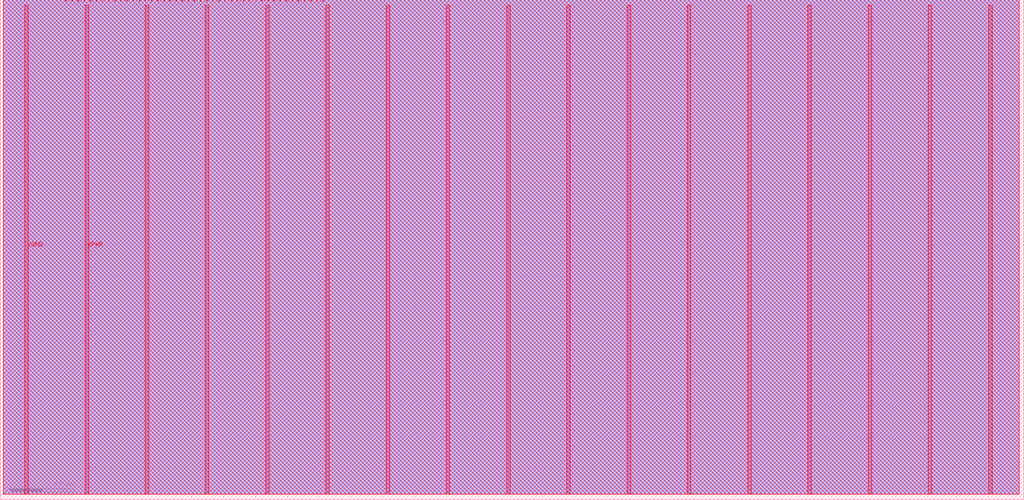
<source format=lef>
VERSION 5.8 ;
BUSBITCHARS "[]" ;
DIVIDERCHAR "/" ;
UNITS
    DATABASE MICRONS 1000 ;
END UNITS

VIA tt_um_ccattuto_conway_via1_2_2200_440_1_5_410_410
  VIARULE via1Array ;
  CUTSIZE 0.19 0.19 ;
  LAYERS Metal1 Via1 Metal2 ;
  CUTSPACING 0.22 0.22 ;
  ENCLOSURE 0.01 0.125 0.05 0.005 ;
  ROWCOL 1 5 ;
END tt_um_ccattuto_conway_via1_2_2200_440_1_5_410_410

VIA tt_um_ccattuto_conway_via2_3_2200_440_1_5_410_410
  VIARULE via2Array ;
  CUTSIZE 0.19 0.19 ;
  LAYERS Metal2 Via2 Metal3 ;
  CUTSPACING 0.22 0.22 ;
  ENCLOSURE 0.05 0.005 0.005 0.05 ;
  ROWCOL 1 5 ;
END tt_um_ccattuto_conway_via2_3_2200_440_1_5_410_410

VIA tt_um_ccattuto_conway_via3_4_2200_440_1_5_410_410
  VIARULE via3Array ;
  CUTSIZE 0.19 0.19 ;
  LAYERS Metal3 Via3 Metal4 ;
  CUTSPACING 0.22 0.22 ;
  ENCLOSURE 0.005 0.05 0.05 0.005 ;
  ROWCOL 1 5 ;
END tt_um_ccattuto_conway_via3_4_2200_440_1_5_410_410

VIA tt_um_ccattuto_conway_via4_5_2200_440_1_5_410_410
  VIARULE via4Array ;
  CUTSIZE 0.19 0.19 ;
  LAYERS Metal4 Via4 Metal5 ;
  CUTSPACING 0.22 0.22 ;
  ENCLOSURE 0.05 0.005 0.185 0.05 ;
  ROWCOL 1 5 ;
END tt_um_ccattuto_conway_via4_5_2200_440_1_5_410_410

MACRO tt_um_ccattuto_conway
  FOREIGN tt_um_ccattuto_conway 0 0 ;
  CLASS BLOCK ;
  SIZE 642.24 BY 313.74 ;
  PIN clk
    DIRECTION INPUT ;
    USE SIGNAL ;
    PORT
      LAYER Metal5 ;
        RECT  198.57 312.74 198.87 313.74 ;
    END
  END clk
  PIN ena
    DIRECTION INPUT ;
    USE SIGNAL ;
    PORT
      LAYER Metal5 ;
        RECT  202.41 312.74 202.71 313.74 ;
    END
  END ena
  PIN rst_n
    DIRECTION INPUT ;
    USE SIGNAL ;
    PORT
      LAYER Metal5 ;
        RECT  194.73 312.74 195.03 313.74 ;
    END
  END rst_n
  PIN ui_in[0]
    DIRECTION INPUT ;
    USE SIGNAL ;
    PORT
      LAYER Metal5 ;
        RECT  190.89 312.74 191.19 313.74 ;
    END
  END ui_in[0]
  PIN ui_in[1]
    DIRECTION INPUT ;
    USE SIGNAL ;
    PORT
      LAYER Metal5 ;
        RECT  187.05 312.74 187.35 313.74 ;
    END
  END ui_in[1]
  PIN ui_in[2]
    DIRECTION INPUT ;
    USE SIGNAL ;
    PORT
      LAYER Metal5 ;
        RECT  183.21 312.74 183.51 313.74 ;
    END
  END ui_in[2]
  PIN ui_in[3]
    DIRECTION INPUT ;
    USE SIGNAL ;
    PORT
      LAYER Metal5 ;
        RECT  179.37 312.74 179.67 313.74 ;
    END
  END ui_in[3]
  PIN ui_in[4]
    DIRECTION INPUT ;
    USE SIGNAL ;
    PORT
      LAYER Metal5 ;
        RECT  175.53 312.74 175.83 313.74 ;
    END
  END ui_in[4]
  PIN ui_in[5]
    DIRECTION INPUT ;
    USE SIGNAL ;
    PORT
      LAYER Metal5 ;
        RECT  171.69 312.74 171.99 313.74 ;
    END
  END ui_in[5]
  PIN ui_in[6]
    DIRECTION INPUT ;
    USE SIGNAL ;
    PORT
      LAYER Metal5 ;
        RECT  167.85 312.74 168.15 313.74 ;
    END
  END ui_in[6]
  PIN ui_in[7]
    DIRECTION INPUT ;
    USE SIGNAL ;
    PORT
      LAYER Metal5 ;
        RECT  164.01 312.74 164.31 313.74 ;
    END
  END ui_in[7]
  PIN uio_in[0]
    DIRECTION INPUT ;
    USE SIGNAL ;
    PORT
      LAYER Metal5 ;
        RECT  160.17 312.74 160.47 313.74 ;
    END
  END uio_in[0]
  PIN uio_in[1]
    DIRECTION INPUT ;
    USE SIGNAL ;
    PORT
      LAYER Metal5 ;
        RECT  156.33 312.74 156.63 313.74 ;
    END
  END uio_in[1]
  PIN uio_in[2]
    DIRECTION INPUT ;
    USE SIGNAL ;
    PORT
      LAYER Metal5 ;
        RECT  152.49 312.74 152.79 313.74 ;
    END
  END uio_in[2]
  PIN uio_in[3]
    DIRECTION INPUT ;
    USE SIGNAL ;
    PORT
      LAYER Metal5 ;
        RECT  148.65 312.74 148.95 313.74 ;
    END
  END uio_in[3]
  PIN uio_in[4]
    DIRECTION INPUT ;
    USE SIGNAL ;
    PORT
      LAYER Metal5 ;
        RECT  144.81 312.74 145.11 313.74 ;
    END
  END uio_in[4]
  PIN uio_in[5]
    DIRECTION INPUT ;
    USE SIGNAL ;
    PORT
      LAYER Metal5 ;
        RECT  140.97 312.74 141.27 313.74 ;
    END
  END uio_in[5]
  PIN uio_in[6]
    DIRECTION INPUT ;
    USE SIGNAL ;
    PORT
      LAYER Metal5 ;
        RECT  137.13 312.74 137.43 313.74 ;
    END
  END uio_in[6]
  PIN uio_in[7]
    DIRECTION INPUT ;
    USE SIGNAL ;
    PORT
      LAYER Metal5 ;
        RECT  133.29 312.74 133.59 313.74 ;
    END
  END uio_in[7]
  PIN uio_oe[0]
    DIRECTION OUTPUT ;
    USE SIGNAL ;
    PORT
      LAYER Metal5 ;
        RECT  68.01 312.74 68.31 313.74 ;
    END
  END uio_oe[0]
  PIN uio_oe[1]
    DIRECTION OUTPUT ;
    USE SIGNAL ;
    PORT
      LAYER Metal5 ;
        RECT  64.17 312.74 64.47 313.74 ;
    END
  END uio_oe[1]
  PIN uio_oe[2]
    DIRECTION OUTPUT ;
    USE SIGNAL ;
    PORT
      LAYER Metal5 ;
        RECT  60.33 312.74 60.63 313.74 ;
    END
  END uio_oe[2]
  PIN uio_oe[3]
    DIRECTION OUTPUT ;
    USE SIGNAL ;
    PORT
      LAYER Metal5 ;
        RECT  56.49 312.74 56.79 313.74 ;
    END
  END uio_oe[3]
  PIN uio_oe[4]
    DIRECTION OUTPUT ;
    USE SIGNAL ;
    PORT
      LAYER Metal5 ;
        RECT  52.65 312.74 52.95 313.74 ;
    END
  END uio_oe[4]
  PIN uio_oe[5]
    DIRECTION OUTPUT ;
    USE SIGNAL ;
    PORT
      LAYER Metal5 ;
        RECT  48.81 312.74 49.11 313.74 ;
    END
  END uio_oe[5]
  PIN uio_oe[6]
    DIRECTION OUTPUT ;
    USE SIGNAL ;
    PORT
      LAYER Metal5 ;
        RECT  44.97 312.74 45.27 313.74 ;
    END
  END uio_oe[6]
  PIN uio_oe[7]
    DIRECTION OUTPUT ;
    USE SIGNAL ;
    PORT
      LAYER Metal5 ;
        RECT  41.13 312.74 41.43 313.74 ;
    END
  END uio_oe[7]
  PIN uio_out[0]
    DIRECTION OUTPUT ;
    USE SIGNAL ;
    PORT
      LAYER Metal5 ;
        RECT  98.73 312.74 99.03 313.74 ;
    END
  END uio_out[0]
  PIN uio_out[1]
    DIRECTION OUTPUT ;
    USE SIGNAL ;
    PORT
      LAYER Metal5 ;
        RECT  94.89 312.74 95.19 313.74 ;
    END
  END uio_out[1]
  PIN uio_out[2]
    DIRECTION OUTPUT ;
    USE SIGNAL ;
    PORT
      LAYER Metal5 ;
        RECT  91.05 312.74 91.35 313.74 ;
    END
  END uio_out[2]
  PIN uio_out[3]
    DIRECTION OUTPUT ;
    USE SIGNAL ;
    PORT
      LAYER Metal5 ;
        RECT  87.21 312.74 87.51 313.74 ;
    END
  END uio_out[3]
  PIN uio_out[4]
    DIRECTION OUTPUT ;
    USE SIGNAL ;
    PORT
      LAYER Metal5 ;
        RECT  83.37 312.74 83.67 313.74 ;
    END
  END uio_out[4]
  PIN uio_out[5]
    DIRECTION OUTPUT ;
    USE SIGNAL ;
    PORT
      LAYER Metal5 ;
        RECT  79.53 312.74 79.83 313.74 ;
    END
  END uio_out[5]
  PIN uio_out[6]
    DIRECTION OUTPUT ;
    USE SIGNAL ;
    PORT
      LAYER Metal5 ;
        RECT  75.69 312.74 75.99 313.74 ;
    END
  END uio_out[6]
  PIN uio_out[7]
    DIRECTION OUTPUT ;
    USE SIGNAL ;
    PORT
      LAYER Metal5 ;
        RECT  71.85 312.74 72.15 313.74 ;
    END
  END uio_out[7]
  PIN uo_out[0]
    DIRECTION OUTPUT ;
    USE SIGNAL ;
    PORT
      LAYER Metal5 ;
        RECT  129.45 312.74 129.75 313.74 ;
    END
  END uo_out[0]
  PIN uo_out[1]
    DIRECTION OUTPUT ;
    USE SIGNAL ;
    PORT
      LAYER Metal5 ;
        RECT  125.61 312.74 125.91 313.74 ;
    END
  END uo_out[1]
  PIN uo_out[2]
    DIRECTION OUTPUT ;
    USE SIGNAL ;
    PORT
      LAYER Metal5 ;
        RECT  121.77 312.74 122.07 313.74 ;
    END
  END uo_out[2]
  PIN uo_out[3]
    DIRECTION OUTPUT ;
    USE SIGNAL ;
    PORT
      LAYER Metal5 ;
        RECT  117.93 312.74 118.23 313.74 ;
    END
  END uo_out[3]
  PIN uo_out[4]
    DIRECTION OUTPUT ;
    USE SIGNAL ;
    PORT
      LAYER Metal5 ;
        RECT  114.09 312.74 114.39 313.74 ;
    END
  END uo_out[4]
  PIN uo_out[5]
    DIRECTION OUTPUT ;
    USE SIGNAL ;
    PORT
      LAYER Metal5 ;
        RECT  110.25 312.74 110.55 313.74 ;
    END
  END uo_out[5]
  PIN uo_out[6]
    DIRECTION OUTPUT ;
    USE SIGNAL ;
    PORT
      LAYER Metal5 ;
        RECT  106.41 312.74 106.71 313.74 ;
    END
  END uo_out[6]
  PIN uo_out[7]
    DIRECTION OUTPUT ;
    USE SIGNAL ;
    PORT
      LAYER Metal5 ;
        RECT  102.57 312.74 102.87 313.74 ;
    END
  END uo_out[7]
  PIN VGND
    DIRECTION INOUT ;
    USE GROUND ;
    PORT
      LAYER Metal5 ;
        RECT  620.18 3.56 622.38 310.18 ;
        RECT  544.58 3.56 546.78 310.18 ;
        RECT  468.98 3.56 471.18 310.18 ;
        RECT  393.38 3.56 395.58 310.18 ;
        RECT  317.78 3.56 319.98 310.18 ;
        RECT  242.18 3.56 244.38 310.18 ;
        RECT  166.58 3.56 168.78 310.18 ;
        RECT  90.98 3.56 93.18 310.18 ;
        RECT  15.38 3.56 17.58 310.18 ;
    END
  END VGND
  PIN VPWR
    DIRECTION INOUT ;
    USE POWER ;
    PORT
      LAYER Metal5 ;
        RECT  582.38 3.56 584.58 310.18 ;
        RECT  506.78 3.56 508.98 310.18 ;
        RECT  431.18 3.56 433.38 310.18 ;
        RECT  355.58 3.56 357.78 310.18 ;
        RECT  279.98 3.56 282.18 310.18 ;
        RECT  204.38 3.56 206.58 310.18 ;
        RECT  128.78 3.56 130.98 310.18 ;
        RECT  53.18 3.56 55.38 310.18 ;
    END
  END VPWR
  OBS
    LAYER Metal1 ;
     RECT  1.775 3.56 639.36 313.74 ;
    LAYER Metal2 ;
     RECT  1.775 3.56 639.36 313.74 ;
    LAYER Metal3 ;
     RECT  1.775 3.56 639.36 313.74 ;
    LAYER Metal4 ;
     RECT  1.775 3.56 639.36 313.74 ;
    LAYER Metal5 ;
     RECT  1.775 3.56 639.36 313.74 ;
  END
END tt_um_ccattuto_conway
END LIBRARY

</source>
